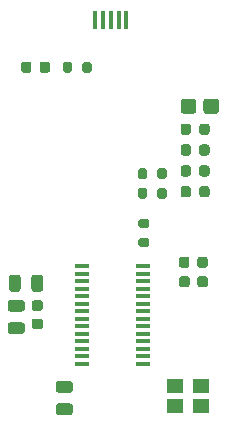
<source format=gbr>
%TF.GenerationSoftware,KiCad,Pcbnew,(5.1.10)-1*%
%TF.CreationDate,2021-08-09T12:49:03+02:00*%
%TF.ProjectId,hub,6875622e-6b69-4636-9164-5f7063625858,rev?*%
%TF.SameCoordinates,Original*%
%TF.FileFunction,Paste,Top*%
%TF.FilePolarity,Positive*%
%FSLAX46Y46*%
G04 Gerber Fmt 4.6, Leading zero omitted, Abs format (unit mm)*
G04 Created by KiCad (PCBNEW (5.1.10)-1) date 2021-08-09 12:49:03*
%MOMM*%
%LPD*%
G01*
G04 APERTURE LIST*
%ADD10R,1.400000X1.200000*%
%ADD11R,0.400000X1.600000*%
%ADD12R,1.200000X0.400000*%
G04 APERTURE END LIST*
D10*
%TO.C,Y1*%
X171999000Y-88646000D03*
X169799000Y-88646000D03*
X169799000Y-86946000D03*
X171999000Y-86946000D03*
%TD*%
%TO.C,R4*%
G36*
G01*
X168256000Y-70887000D02*
X168256000Y-70337000D01*
G75*
G02*
X168456000Y-70137000I200000J0D01*
G01*
X168856000Y-70137000D01*
G75*
G02*
X169056000Y-70337000I0J-200000D01*
G01*
X169056000Y-70887000D01*
G75*
G02*
X168856000Y-71087000I-200000J0D01*
G01*
X168456000Y-71087000D01*
G75*
G02*
X168256000Y-70887000I0J200000D01*
G01*
G37*
G36*
G01*
X166606000Y-70887000D02*
X166606000Y-70337000D01*
G75*
G02*
X166806000Y-70137000I200000J0D01*
G01*
X167206000Y-70137000D01*
G75*
G02*
X167406000Y-70337000I0J-200000D01*
G01*
X167406000Y-70887000D01*
G75*
G02*
X167206000Y-71087000I-200000J0D01*
G01*
X166806000Y-71087000D01*
G75*
G02*
X166606000Y-70887000I0J200000D01*
G01*
G37*
%TD*%
%TO.C,R3*%
G36*
G01*
X168255000Y-69236000D02*
X168255000Y-68686000D01*
G75*
G02*
X168455000Y-68486000I200000J0D01*
G01*
X168855000Y-68486000D01*
G75*
G02*
X169055000Y-68686000I0J-200000D01*
G01*
X169055000Y-69236000D01*
G75*
G02*
X168855000Y-69436000I-200000J0D01*
G01*
X168455000Y-69436000D01*
G75*
G02*
X168255000Y-69236000I0J200000D01*
G01*
G37*
G36*
G01*
X166605000Y-69236000D02*
X166605000Y-68686000D01*
G75*
G02*
X166805000Y-68486000I200000J0D01*
G01*
X167205000Y-68486000D01*
G75*
G02*
X167405000Y-68686000I0J-200000D01*
G01*
X167405000Y-69236000D01*
G75*
G02*
X167205000Y-69436000I-200000J0D01*
G01*
X166805000Y-69436000D01*
G75*
G02*
X166605000Y-69236000I0J200000D01*
G01*
G37*
%TD*%
%TO.C,R2*%
G36*
G01*
X166857000Y-74403000D02*
X167407000Y-74403000D01*
G75*
G02*
X167607000Y-74603000I0J-200000D01*
G01*
X167607000Y-75003000D01*
G75*
G02*
X167407000Y-75203000I-200000J0D01*
G01*
X166857000Y-75203000D01*
G75*
G02*
X166657000Y-75003000I0J200000D01*
G01*
X166657000Y-74603000D01*
G75*
G02*
X166857000Y-74403000I200000J0D01*
G01*
G37*
G36*
G01*
X166857000Y-72753000D02*
X167407000Y-72753000D01*
G75*
G02*
X167607000Y-72953000I0J-200000D01*
G01*
X167607000Y-73353000D01*
G75*
G02*
X167407000Y-73553000I-200000J0D01*
G01*
X166857000Y-73553000D01*
G75*
G02*
X166657000Y-73353000I0J200000D01*
G01*
X166657000Y-72953000D01*
G75*
G02*
X166857000Y-72753000I200000J0D01*
G01*
G37*
%TD*%
%TO.C,R1*%
G36*
G01*
X161055000Y-59669000D02*
X161055000Y-60219000D01*
G75*
G02*
X160855000Y-60419000I-200000J0D01*
G01*
X160455000Y-60419000D01*
G75*
G02*
X160255000Y-60219000I0J200000D01*
G01*
X160255000Y-59669000D01*
G75*
G02*
X160455000Y-59469000I200000J0D01*
G01*
X160855000Y-59469000D01*
G75*
G02*
X161055000Y-59669000I0J-200000D01*
G01*
G37*
G36*
G01*
X162705000Y-59669000D02*
X162705000Y-60219000D01*
G75*
G02*
X162505000Y-60419000I-200000J0D01*
G01*
X162105000Y-60419000D01*
G75*
G02*
X161905000Y-60219000I0J200000D01*
G01*
X161905000Y-59669000D01*
G75*
G02*
X162105000Y-59469000I200000J0D01*
G01*
X162505000Y-59469000D01*
G75*
G02*
X162705000Y-59669000I0J-200000D01*
G01*
G37*
%TD*%
D11*
%TO.C,J1*%
X165638000Y-55905000D03*
X164988000Y-55905000D03*
X164338000Y-55905000D03*
X163688000Y-55905000D03*
X163038000Y-55905000D03*
%TD*%
%TO.C,D6*%
G36*
G01*
X172175500Y-63646000D02*
X172175500Y-62846000D01*
G75*
G02*
X172425500Y-62596000I250000J0D01*
G01*
X173250500Y-62596000D01*
G75*
G02*
X173500500Y-62846000I0J-250000D01*
G01*
X173500500Y-63646000D01*
G75*
G02*
X173250500Y-63896000I-250000J0D01*
G01*
X172425500Y-63896000D01*
G75*
G02*
X172175500Y-63646000I0J250000D01*
G01*
G37*
G36*
G01*
X170250500Y-63646000D02*
X170250500Y-62846000D01*
G75*
G02*
X170500500Y-62596000I250000J0D01*
G01*
X171325500Y-62596000D01*
G75*
G02*
X171575500Y-62846000I0J-250000D01*
G01*
X171575500Y-63646000D01*
G75*
G02*
X171325500Y-63896000I-250000J0D01*
G01*
X170500500Y-63896000D01*
G75*
G02*
X170250500Y-63646000I0J250000D01*
G01*
G37*
%TD*%
%TO.C,D5*%
G36*
G01*
X171825500Y-70741250D02*
X171825500Y-70228750D01*
G75*
G02*
X172044250Y-70010000I218750J0D01*
G01*
X172481750Y-70010000D01*
G75*
G02*
X172700500Y-70228750I0J-218750D01*
G01*
X172700500Y-70741250D01*
G75*
G02*
X172481750Y-70960000I-218750J0D01*
G01*
X172044250Y-70960000D01*
G75*
G02*
X171825500Y-70741250I0J218750D01*
G01*
G37*
G36*
G01*
X170250500Y-70741250D02*
X170250500Y-70228750D01*
G75*
G02*
X170469250Y-70010000I218750J0D01*
G01*
X170906750Y-70010000D01*
G75*
G02*
X171125500Y-70228750I0J-218750D01*
G01*
X171125500Y-70741250D01*
G75*
G02*
X170906750Y-70960000I-218750J0D01*
G01*
X170469250Y-70960000D01*
G75*
G02*
X170250500Y-70741250I0J218750D01*
G01*
G37*
%TD*%
%TO.C,D4*%
G36*
G01*
X171825500Y-67209250D02*
X171825500Y-66696750D01*
G75*
G02*
X172044250Y-66478000I218750J0D01*
G01*
X172481750Y-66478000D01*
G75*
G02*
X172700500Y-66696750I0J-218750D01*
G01*
X172700500Y-67209250D01*
G75*
G02*
X172481750Y-67428000I-218750J0D01*
G01*
X172044250Y-67428000D01*
G75*
G02*
X171825500Y-67209250I0J218750D01*
G01*
G37*
G36*
G01*
X170250500Y-67209250D02*
X170250500Y-66696750D01*
G75*
G02*
X170469250Y-66478000I218750J0D01*
G01*
X170906750Y-66478000D01*
G75*
G02*
X171125500Y-66696750I0J-218750D01*
G01*
X171125500Y-67209250D01*
G75*
G02*
X170906750Y-67428000I-218750J0D01*
G01*
X170469250Y-67428000D01*
G75*
G02*
X170250500Y-67209250I0J218750D01*
G01*
G37*
%TD*%
%TO.C,D3*%
G36*
G01*
X171825500Y-68975250D02*
X171825500Y-68462750D01*
G75*
G02*
X172044250Y-68244000I218750J0D01*
G01*
X172481750Y-68244000D01*
G75*
G02*
X172700500Y-68462750I0J-218750D01*
G01*
X172700500Y-68975250D01*
G75*
G02*
X172481750Y-69194000I-218750J0D01*
G01*
X172044250Y-69194000D01*
G75*
G02*
X171825500Y-68975250I0J218750D01*
G01*
G37*
G36*
G01*
X170250500Y-68975250D02*
X170250500Y-68462750D01*
G75*
G02*
X170469250Y-68244000I218750J0D01*
G01*
X170906750Y-68244000D01*
G75*
G02*
X171125500Y-68462750I0J-218750D01*
G01*
X171125500Y-68975250D01*
G75*
G02*
X170906750Y-69194000I-218750J0D01*
G01*
X170469250Y-69194000D01*
G75*
G02*
X170250500Y-68975250I0J218750D01*
G01*
G37*
%TD*%
%TO.C,D2*%
G36*
G01*
X171825500Y-65443250D02*
X171825500Y-64930750D01*
G75*
G02*
X172044250Y-64712000I218750J0D01*
G01*
X172481750Y-64712000D01*
G75*
G02*
X172700500Y-64930750I0J-218750D01*
G01*
X172700500Y-65443250D01*
G75*
G02*
X172481750Y-65662000I-218750J0D01*
G01*
X172044250Y-65662000D01*
G75*
G02*
X171825500Y-65443250I0J218750D01*
G01*
G37*
G36*
G01*
X170250500Y-65443250D02*
X170250500Y-64930750D01*
G75*
G02*
X170469250Y-64712000I218750J0D01*
G01*
X170906750Y-64712000D01*
G75*
G02*
X171125500Y-64930750I0J-218750D01*
G01*
X171125500Y-65443250D01*
G75*
G02*
X170906750Y-65662000I-218750J0D01*
G01*
X170469250Y-65662000D01*
G75*
G02*
X170250500Y-65443250I0J218750D01*
G01*
G37*
%TD*%
%TO.C,D1*%
G36*
G01*
X158312500Y-60200250D02*
X158312500Y-59687750D01*
G75*
G02*
X158531250Y-59469000I218750J0D01*
G01*
X158968750Y-59469000D01*
G75*
G02*
X159187500Y-59687750I0J-218750D01*
G01*
X159187500Y-60200250D01*
G75*
G02*
X158968750Y-60419000I-218750J0D01*
G01*
X158531250Y-60419000D01*
G75*
G02*
X158312500Y-60200250I0J218750D01*
G01*
G37*
G36*
G01*
X156737500Y-60200250D02*
X156737500Y-59687750D01*
G75*
G02*
X156956250Y-59469000I218750J0D01*
G01*
X157393750Y-59469000D01*
G75*
G02*
X157612500Y-59687750I0J-218750D01*
G01*
X157612500Y-60200250D01*
G75*
G02*
X157393750Y-60419000I-218750J0D01*
G01*
X156956250Y-60419000D01*
G75*
G02*
X156737500Y-60200250I0J218750D01*
G01*
G37*
%TD*%
%TO.C,C6*%
G36*
G01*
X159926000Y-88400000D02*
X160876000Y-88400000D01*
G75*
G02*
X161126000Y-88650000I0J-250000D01*
G01*
X161126000Y-89150000D01*
G75*
G02*
X160876000Y-89400000I-250000J0D01*
G01*
X159926000Y-89400000D01*
G75*
G02*
X159676000Y-89150000I0J250000D01*
G01*
X159676000Y-88650000D01*
G75*
G02*
X159926000Y-88400000I250000J0D01*
G01*
G37*
G36*
G01*
X159926000Y-86500000D02*
X160876000Y-86500000D01*
G75*
G02*
X161126000Y-86750000I0J-250000D01*
G01*
X161126000Y-87250000D01*
G75*
G02*
X160876000Y-87500000I-250000J0D01*
G01*
X159926000Y-87500000D01*
G75*
G02*
X159676000Y-87250000I0J250000D01*
G01*
X159676000Y-86750000D01*
G75*
G02*
X159926000Y-86500000I250000J0D01*
G01*
G37*
%TD*%
%TO.C,C5*%
G36*
G01*
X171661000Y-78355000D02*
X171661000Y-77855000D01*
G75*
G02*
X171886000Y-77630000I225000J0D01*
G01*
X172336000Y-77630000D01*
G75*
G02*
X172561000Y-77855000I0J-225000D01*
G01*
X172561000Y-78355000D01*
G75*
G02*
X172336000Y-78580000I-225000J0D01*
G01*
X171886000Y-78580000D01*
G75*
G02*
X171661000Y-78355000I0J225000D01*
G01*
G37*
G36*
G01*
X170111000Y-78355000D02*
X170111000Y-77855000D01*
G75*
G02*
X170336000Y-77630000I225000J0D01*
G01*
X170786000Y-77630000D01*
G75*
G02*
X171011000Y-77855000I0J-225000D01*
G01*
X171011000Y-78355000D01*
G75*
G02*
X170786000Y-78580000I-225000J0D01*
G01*
X170336000Y-78580000D01*
G75*
G02*
X170111000Y-78355000I0J225000D01*
G01*
G37*
%TD*%
%TO.C,C4*%
G36*
G01*
X156710000Y-77757000D02*
X156710000Y-78707000D01*
G75*
G02*
X156460000Y-78957000I-250000J0D01*
G01*
X155960000Y-78957000D01*
G75*
G02*
X155710000Y-78707000I0J250000D01*
G01*
X155710000Y-77757000D01*
G75*
G02*
X155960000Y-77507000I250000J0D01*
G01*
X156460000Y-77507000D01*
G75*
G02*
X156710000Y-77757000I0J-250000D01*
G01*
G37*
G36*
G01*
X158610000Y-77757000D02*
X158610000Y-78707000D01*
G75*
G02*
X158360000Y-78957000I-250000J0D01*
G01*
X157860000Y-78957000D01*
G75*
G02*
X157610000Y-78707000I0J250000D01*
G01*
X157610000Y-77757000D01*
G75*
G02*
X157860000Y-77507000I250000J0D01*
G01*
X158360000Y-77507000D01*
G75*
G02*
X158610000Y-77757000I0J-250000D01*
G01*
G37*
%TD*%
%TO.C,C3*%
G36*
G01*
X171648000Y-76704000D02*
X171648000Y-76204000D01*
G75*
G02*
X171873000Y-75979000I225000J0D01*
G01*
X172323000Y-75979000D01*
G75*
G02*
X172548000Y-76204000I0J-225000D01*
G01*
X172548000Y-76704000D01*
G75*
G02*
X172323000Y-76929000I-225000J0D01*
G01*
X171873000Y-76929000D01*
G75*
G02*
X171648000Y-76704000I0J225000D01*
G01*
G37*
G36*
G01*
X170098000Y-76704000D02*
X170098000Y-76204000D01*
G75*
G02*
X170323000Y-75979000I225000J0D01*
G01*
X170773000Y-75979000D01*
G75*
G02*
X170998000Y-76204000I0J-225000D01*
G01*
X170998000Y-76704000D01*
G75*
G02*
X170773000Y-76929000I-225000J0D01*
G01*
X170323000Y-76929000D01*
G75*
G02*
X170098000Y-76704000I0J225000D01*
G01*
G37*
%TD*%
%TO.C,C2*%
G36*
G01*
X155862000Y-81537000D02*
X156812000Y-81537000D01*
G75*
G02*
X157062000Y-81787000I0J-250000D01*
G01*
X157062000Y-82287000D01*
G75*
G02*
X156812000Y-82537000I-250000J0D01*
G01*
X155862000Y-82537000D01*
G75*
G02*
X155612000Y-82287000I0J250000D01*
G01*
X155612000Y-81787000D01*
G75*
G02*
X155862000Y-81537000I250000J0D01*
G01*
G37*
G36*
G01*
X155862000Y-79637000D02*
X156812000Y-79637000D01*
G75*
G02*
X157062000Y-79887000I0J-250000D01*
G01*
X157062000Y-80387000D01*
G75*
G02*
X156812000Y-80637000I-250000J0D01*
G01*
X155862000Y-80637000D01*
G75*
G02*
X155612000Y-80387000I0J250000D01*
G01*
X155612000Y-79887000D01*
G75*
G02*
X155862000Y-79637000I250000J0D01*
G01*
G37*
%TD*%
%TO.C,C1*%
G36*
G01*
X157865000Y-81224000D02*
X158365000Y-81224000D01*
G75*
G02*
X158590000Y-81449000I0J-225000D01*
G01*
X158590000Y-81899000D01*
G75*
G02*
X158365000Y-82124000I-225000J0D01*
G01*
X157865000Y-82124000D01*
G75*
G02*
X157640000Y-81899000I0J225000D01*
G01*
X157640000Y-81449000D01*
G75*
G02*
X157865000Y-81224000I225000J0D01*
G01*
G37*
G36*
G01*
X157865000Y-79674000D02*
X158365000Y-79674000D01*
G75*
G02*
X158590000Y-79899000I0J-225000D01*
G01*
X158590000Y-80349000D01*
G75*
G02*
X158365000Y-80574000I-225000J0D01*
G01*
X157865000Y-80574000D01*
G75*
G02*
X157640000Y-80349000I0J225000D01*
G01*
X157640000Y-79899000D01*
G75*
G02*
X157865000Y-79674000I225000J0D01*
G01*
G37*
%TD*%
D12*
%TO.C,U1*%
X161865000Y-85026500D03*
X161865000Y-84391500D03*
X161865000Y-83756500D03*
X161865000Y-83121500D03*
X161865000Y-82486500D03*
X161865000Y-81851500D03*
X161865000Y-81216500D03*
X161865000Y-80581500D03*
X161865000Y-79946500D03*
X161865000Y-79311500D03*
X161865000Y-78676500D03*
X161865000Y-78041500D03*
X161865000Y-77406500D03*
X161865000Y-76771500D03*
X167065000Y-76771500D03*
X167065000Y-77406500D03*
X167065000Y-78041500D03*
X167065000Y-78676500D03*
X167065000Y-79311500D03*
X167065000Y-79946500D03*
X167065000Y-80581500D03*
X167065000Y-81216500D03*
X167065000Y-81851500D03*
X167065000Y-82486500D03*
X167065000Y-83121500D03*
X167065000Y-83756500D03*
X167065000Y-84391500D03*
X167065000Y-85026500D03*
%TD*%
M02*

</source>
